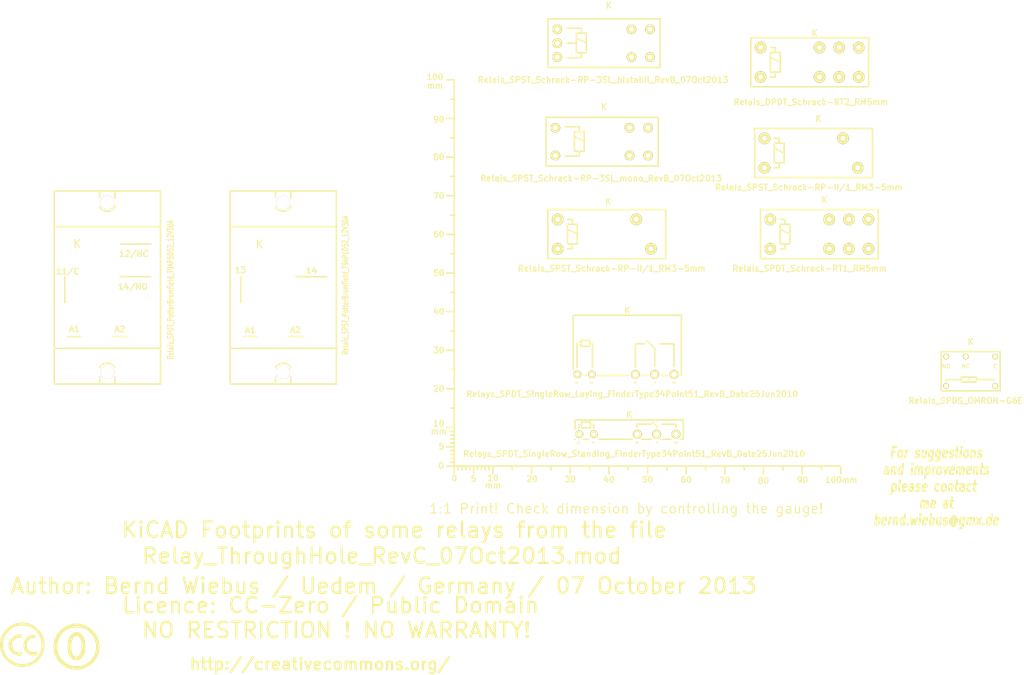
<source format=kicad_pcb>
(kicad_pcb (version 3) (host pcbnew "(2013-03-30 BZR 4007)-stable")

  (general
    (links 0)
    (no_connects 0)
    (area -16.90696 20.8316 283.2664 197.1694)
    (thickness 1.6002)
    (drawings 7)
    (tracks 0)
    (zones 0)
    (modules 14)
    (nets 1)
  )

  (page A4)
  (layers
    (15 Vorderseite signal)
    (0 Rückseite signal)
    (16 B.Adhes user)
    (17 F.Adhes user)
    (18 B.Paste user)
    (19 F.Paste user)
    (20 B.SilkS user)
    (21 F.SilkS user)
    (22 B.Mask user)
    (23 F.Mask user)
    (24 Dwgs.User user)
    (25 Cmts.User user)
    (26 Eco1.User user)
    (27 Eco2.User user)
    (28 Edge.Cuts user)
  )

  (setup
    (last_trace_width 0.2032)
    (trace_clearance 0.254)
    (zone_clearance 0.508)
    (zone_45_only no)
    (trace_min 0.2032)
    (segment_width 0.381)
    (edge_width 0.381)
    (via_size 0.889)
    (via_drill 0.635)
    (via_min_size 0.889)
    (via_min_drill 0.508)
    (uvia_size 0.508)
    (uvia_drill 0.127)
    (uvias_allowed no)
    (uvia_min_size 0.508)
    (uvia_min_drill 0.127)
    (pcb_text_width 0.3048)
    (pcb_text_size 1.524 2.032)
    (mod_edge_width 0.381)
    (mod_text_size 1.524 1.524)
    (mod_text_width 0.3048)
    (pad_size 2.5 2.5)
    (pad_drill 1.19888)
    (pad_to_mask_clearance 0.254)
    (aux_axis_origin 0 0)
    (visible_elements 7FFFFFFF)
    (pcbplotparams
      (layerselection 3178497)
      (usegerberextensions true)
      (excludeedgelayer true)
      (linewidth 60)
      (plotframeref false)
      (viasonmask false)
      (mode 1)
      (useauxorigin false)
      (hpglpennumber 1)
      (hpglpenspeed 20)
      (hpglpendiameter 15)
      (hpglpenoverlay 0)
      (psnegative false)
      (psa4output false)
      (plotreference true)
      (plotvalue true)
      (plotothertext true)
      (plotinvisibletext false)
      (padsonsilk false)
      (subtractmaskfromsilk false)
      (outputformat 1)
      (mirror false)
      (drillshape 1)
      (scaleselection 1)
      (outputdirectory ""))
  )

  (net 0 "")

  (net_class Default "Dies ist die voreingestellte Netzklasse."
    (clearance 0.254)
    (trace_width 0.2032)
    (via_dia 0.889)
    (via_drill 0.635)
    (uvia_dia 0.508)
    (uvia_drill 0.127)
    (add_net "")
  )

  (module Gauge_100mm_Type2_SilkScreenTop_RevA_Date22Jun2010 (layer Vorderseite) (tedit 4D963937) (tstamp 4D88F07A)
    (at 132.75056 141.2494)
    (descr "Gauge, Massstab, 100mm, SilkScreenTop, Type 2,")
    (tags "Gauge, Massstab, 100mm, SilkScreenTop, Type 2,")
    (path Gauge_100mm_Type2_SilkScreenTop_RevA_Date22Jun2010)
    (fp_text reference MSC (at 4.0005 8.99922) (layer F.SilkS) hide
      (effects (font (size 1.524 1.524) (thickness 0.3048)))
    )
    (fp_text value Gauge_100mm_Type2_SilkScreenTop_RevA_Date22Jun2010 (at 45.9994 8.99922) (layer F.SilkS) hide
      (effects (font (size 1.524 1.524) (thickness 0.3048)))
    )
    (fp_text user mm (at 9.99998 5.00126) (layer F.SilkS)
      (effects (font (size 1.524 1.524) (thickness 0.3048)))
    )
    (fp_text user mm (at -4.0005 -8.99922) (layer F.SilkS)
      (effects (font (size 1.524 1.524) (thickness 0.3048)))
    )
    (fp_text user mm (at -5.00126 -98.5012) (layer F.SilkS)
      (effects (font (size 1.524 1.524) (thickness 0.3048)))
    )
    (fp_text user 10 (at 10.00506 3.0988) (layer F.SilkS)
      (effects (font (size 1.50114 1.50114) (thickness 0.29972)))
    )
    (fp_text user 0 (at 0.00508 3.19786) (layer F.SilkS)
      (effects (font (size 1.39954 1.50114) (thickness 0.29972)))
    )
    (fp_text user 5 (at 5.0038 3.29946) (layer F.SilkS)
      (effects (font (size 1.50114 1.50114) (thickness 0.29972)))
    )
    (fp_text user 20 (at 20.1041 3.29946) (layer F.SilkS)
      (effects (font (size 1.50114 1.50114) (thickness 0.29972)))
    )
    (fp_text user 30 (at 30.00502 3.39852) (layer F.SilkS)
      (effects (font (size 1.50114 1.50114) (thickness 0.29972)))
    )
    (fp_text user 40 (at 40.005 3.50012) (layer F.SilkS)
      (effects (font (size 1.50114 1.50114) (thickness 0.29972)))
    )
    (fp_text user 50 (at 50.00498 3.50012) (layer F.SilkS)
      (effects (font (size 1.50114 1.50114) (thickness 0.29972)))
    )
    (fp_text user 60 (at 60.00496 3.50012) (layer F.SilkS)
      (effects (font (size 1.50114 1.50114) (thickness 0.29972)))
    )
    (fp_text user 70 (at 70.00494 3.70078) (layer F.SilkS)
      (effects (font (size 1.50114 1.50114) (thickness 0.29972)))
    )
    (fp_text user 80 (at 80.00492 3.79984) (layer F.SilkS)
      (effects (font (size 1.50114 1.50114) (thickness 0.29972)))
    )
    (fp_text user 90 (at 90.1065 3.60172) (layer F.SilkS)
      (effects (font (size 1.50114 1.50114) (thickness 0.29972)))
    )
    (fp_text user 100mm (at 100.10648 3.60172) (layer F.SilkS)
      (effects (font (size 1.50114 1.50114) (thickness 0.29972)))
    )
    (fp_line (start 0 -8.99922) (end -1.00076 -8.99922) (layer F.SilkS) (width 0.381))
    (fp_line (start 0 -8.001) (end -1.00076 -8.001) (layer F.SilkS) (width 0.381))
    (fp_line (start 0 -7.00024) (end -1.00076 -7.00024) (layer F.SilkS) (width 0.381))
    (fp_line (start 0 -5.99948) (end -1.00076 -5.99948) (layer F.SilkS) (width 0.381))
    (fp_line (start 0 -4.0005) (end -1.00076 -4.0005) (layer F.SilkS) (width 0.381))
    (fp_line (start 0 -2.99974) (end -1.00076 -2.99974) (layer F.SilkS) (width 0.381))
    (fp_line (start 0 -1.99898) (end -1.00076 -1.99898) (layer F.SilkS) (width 0.381))
    (fp_line (start 0 -1.00076) (end -1.00076 -1.00076) (layer F.SilkS) (width 0.381))
    (fp_line (start 0 0) (end -1.99898 0) (layer F.SilkS) (width 0.381))
    (fp_line (start 0 -5.00126) (end -1.99898 -5.00126) (layer F.SilkS) (width 0.381))
    (fp_line (start 0 -9.99998) (end -1.99898 -9.99998) (layer F.SilkS) (width 0.381))
    (fp_line (start 0 -15.00124) (end -1.00076 -15.00124) (layer F.SilkS) (width 0.381))
    (fp_line (start 0 -19.99996) (end -1.99898 -19.99996) (layer F.SilkS) (width 0.381))
    (fp_line (start 0 -25.00122) (end -1.00076 -25.00122) (layer F.SilkS) (width 0.381))
    (fp_line (start 0 -29.99994) (end -1.99898 -29.99994) (layer F.SilkS) (width 0.381))
    (fp_line (start 0 -35.0012) (end -1.00076 -35.0012) (layer F.SilkS) (width 0.381))
    (fp_line (start 0 -39.99992) (end -1.99898 -39.99992) (layer F.SilkS) (width 0.381))
    (fp_line (start 0 -45.00118) (end -1.00076 -45.00118) (layer F.SilkS) (width 0.381))
    (fp_line (start 0 -49.9999) (end -1.99898 -49.9999) (layer F.SilkS) (width 0.381))
    (fp_line (start 0 -55.00116) (end -1.00076 -55.00116) (layer F.SilkS) (width 0.381))
    (fp_line (start 0 -59.99988) (end -1.99898 -59.99988) (layer F.SilkS) (width 0.381))
    (fp_line (start 0 -65.00114) (end -1.00076 -65.00114) (layer F.SilkS) (width 0.381))
    (fp_line (start 0 -69.99986) (end -1.99898 -69.99986) (layer F.SilkS) (width 0.381))
    (fp_line (start 0 -75.00112) (end -1.00076 -75.00112) (layer F.SilkS) (width 0.381))
    (fp_line (start 0 -79.99984) (end -1.99898 -79.99984) (layer F.SilkS) (width 0.381))
    (fp_line (start 0 -85.0011) (end -1.00076 -85.0011) (layer F.SilkS) (width 0.381))
    (fp_line (start 0 -89.99982) (end -1.99898 -89.99982) (layer F.SilkS) (width 0.381))
    (fp_line (start 0 -95.00108) (end -1.00076 -95.00108) (layer F.SilkS) (width 0.381))
    (fp_line (start 0 0) (end 0 -99.9998) (layer F.SilkS) (width 0.381))
    (fp_line (start 0 -99.9998) (end -1.99898 -99.9998) (layer F.SilkS) (width 0.381))
    (fp_text user 100 (at -4.99872 -100.7491) (layer F.SilkS)
      (effects (font (size 1.50114 1.50114) (thickness 0.29972)))
    )
    (fp_text user 90 (at -4.0005 -89.7509) (layer F.SilkS)
      (effects (font (size 1.50114 1.50114) (thickness 0.29972)))
    )
    (fp_text user 80 (at -4.0005 -79.99984) (layer F.SilkS)
      (effects (font (size 1.50114 1.50114) (thickness 0.29972)))
    )
    (fp_text user 70 (at -4.0005 -69.99986) (layer F.SilkS)
      (effects (font (size 1.50114 1.50114) (thickness 0.29972)))
    )
    (fp_text user 60 (at -4.0005 -59.99988) (layer F.SilkS)
      (effects (font (size 1.50114 1.50114) (thickness 0.29972)))
    )
    (fp_text user 50 (at -4.0005 -49.9999) (layer F.SilkS)
      (effects (font (size 1.50114 1.50114) (thickness 0.34036)))
    )
    (fp_text user 40 (at -4.0005 -39.99992) (layer F.SilkS)
      (effects (font (size 1.50114 1.50114) (thickness 0.29972)))
    )
    (fp_text user 30 (at -4.0005 -29.99994) (layer F.SilkS)
      (effects (font (size 1.50114 1.50114) (thickness 0.29972)))
    )
    (fp_text user 20 (at -4.0005 -19.99996) (layer F.SilkS)
      (effects (font (size 1.50114 1.50114) (thickness 0.29972)))
    )
    (fp_line (start 95.00108 0) (end 95.00108 1.00076) (layer F.SilkS) (width 0.381))
    (fp_line (start 89.99982 0) (end 89.99982 1.99898) (layer F.SilkS) (width 0.381))
    (fp_line (start 85.0011 0) (end 85.0011 1.00076) (layer F.SilkS) (width 0.381))
    (fp_line (start 79.99984 0) (end 79.99984 1.99898) (layer F.SilkS) (width 0.381))
    (fp_line (start 75.00112 0) (end 75.00112 1.00076) (layer F.SilkS) (width 0.381))
    (fp_line (start 69.99986 0) (end 69.99986 1.99898) (layer F.SilkS) (width 0.381))
    (fp_line (start 65.00114 0) (end 65.00114 1.00076) (layer F.SilkS) (width 0.381))
    (fp_line (start 59.99988 0) (end 59.99988 1.99898) (layer F.SilkS) (width 0.381))
    (fp_line (start 55.00116 0) (end 55.00116 1.00076) (layer F.SilkS) (width 0.381))
    (fp_line (start 49.9999 0) (end 49.9999 1.99898) (layer F.SilkS) (width 0.381))
    (fp_line (start 45.00118 0) (end 45.00118 1.00076) (layer F.SilkS) (width 0.381))
    (fp_line (start 39.99992 0) (end 39.99992 1.99898) (layer F.SilkS) (width 0.381))
    (fp_line (start 35.0012 0) (end 35.0012 1.00076) (layer F.SilkS) (width 0.381))
    (fp_line (start 29.99994 0) (end 29.99994 1.99898) (layer F.SilkS) (width 0.381))
    (fp_line (start 25.00122 0) (end 25.00122 1.00076) (layer F.SilkS) (width 0.381))
    (fp_line (start 19.99996 0) (end 19.99996 1.99898) (layer F.SilkS) (width 0.381))
    (fp_line (start 15.00124 0) (end 15.00124 1.00076) (layer F.SilkS) (width 0.381))
    (fp_line (start 9.99998 0) (end 99.9998 0) (layer F.SilkS) (width 0.381))
    (fp_line (start 99.9998 0) (end 99.9998 1.99898) (layer F.SilkS) (width 0.381))
    (fp_text user 5 (at -3.302 -5.10286) (layer F.SilkS)
      (effects (font (size 1.50114 1.50114) (thickness 0.29972)))
    )
    (fp_text user 0 (at -3.4036 -0.10414) (layer F.SilkS)
      (effects (font (size 1.50114 1.50114) (thickness 0.29972)))
    )
    (fp_text user 10 (at -4.0005 -11.00074) (layer F.SilkS)
      (effects (font (size 1.50114 1.50114) (thickness 0.29972)))
    )
    (fp_line (start 8.99922 0) (end 8.99922 1.00076) (layer F.SilkS) (width 0.381))
    (fp_line (start 8.001 0) (end 8.001 1.00076) (layer F.SilkS) (width 0.381))
    (fp_line (start 7.00024 0) (end 7.00024 1.00076) (layer F.SilkS) (width 0.381))
    (fp_line (start 5.99948 0) (end 5.99948 1.00076) (layer F.SilkS) (width 0.381))
    (fp_line (start 4.0005 0) (end 4.0005 1.00076) (layer F.SilkS) (width 0.381))
    (fp_line (start 2.99974 0) (end 2.99974 1.00076) (layer F.SilkS) (width 0.381))
    (fp_line (start 1.99898 0) (end 1.99898 1.00076) (layer F.SilkS) (width 0.381))
    (fp_line (start 1.00076 0) (end 1.00076 1.00076) (layer F.SilkS) (width 0.381))
    (fp_line (start 5.00126 0) (end 5.00126 1.99898) (layer F.SilkS) (width 0.381))
    (fp_line (start 0 0) (end 0 1.99898) (layer F.SilkS) (width 0.381))
    (fp_line (start 0 0) (end 9.99998 0) (layer F.SilkS) (width 0.381))
    (fp_line (start 9.99998 0) (end 9.99998 1.99898) (layer F.SilkS) (width 0.381))
  )

  (module Symbol_CC-PublicDomain_SilkScreenTop_Big (layer Vorderseite) (tedit 515D641F) (tstamp 515F0B64)
    (at 35 188)
    (descr "Symbol, CC-PublicDomain, SilkScreen Top, Big,")
    (tags "Symbol, CC-PublicDomain, SilkScreen Top, Big,")
    (path Symbol_CC-Noncommercial_CopperTop_Big)
    (fp_text reference Sym (at 0.59944 -7.29996) (layer F.SilkS) hide
      (effects (font (size 1.524 1.524) (thickness 0.3048)))
    )
    (fp_text value Symbol_CC-PublicDomain_SilkScreenTop_Big (at 0.59944 8.001) (layer F.SilkS) hide
      (effects (font (size 1.524 1.524) (thickness 0.3048)))
    )
    (fp_circle (center 0 0) (end 5.8 -0.05) (layer F.SilkS) (width 0.381))
    (fp_circle (center 0 0) (end 5.5 0) (layer F.SilkS) (width 0.381))
    (fp_circle (center 0.05 0) (end 5.25 0) (layer F.SilkS) (width 0.381))
    (fp_line (start 1.1 -2.5) (end 1.4 -1.9) (layer F.SilkS) (width 0.381))
    (fp_line (start -1.8 1.2) (end -1.6 1.9) (layer F.SilkS) (width 0.381))
    (fp_line (start -1.6 1.9) (end -1.2 2.5) (layer F.SilkS) (width 0.381))
    (fp_line (start 0 -3) (end 0.75 -2.75) (layer F.SilkS) (width 0.381))
    (fp_line (start 0.75 -2.75) (end 1 -2.25) (layer F.SilkS) (width 0.381))
    (fp_line (start 1 -2.25) (end 1.5 -1) (layer F.SilkS) (width 0.381))
    (fp_line (start 1.5 -1) (end 1.5 -0.5) (layer F.SilkS) (width 0.381))
    (fp_line (start 1.5 -0.5) (end 1.5 0.5) (layer F.SilkS) (width 0.381))
    (fp_line (start 1.5 0.5) (end 1.25 1.5) (layer F.SilkS) (width 0.381))
    (fp_line (start 1.25 1.5) (end 0.75 2.5) (layer F.SilkS) (width 0.381))
    (fp_line (start 0.75 2.5) (end 0.25 2.75) (layer F.SilkS) (width 0.381))
    (fp_line (start 0.25 2.75) (end -0.25 2.75) (layer F.SilkS) (width 0.381))
    (fp_line (start -0.25 2.75) (end -0.75 2.5) (layer F.SilkS) (width 0.381))
    (fp_line (start -0.75 2.5) (end -1.25 1.75) (layer F.SilkS) (width 0.381))
    (fp_line (start -1.25 1.75) (end -1.5 0.75) (layer F.SilkS) (width 0.381))
    (fp_line (start -1.5 0.75) (end -1.5 -0.75) (layer F.SilkS) (width 0.381))
    (fp_line (start -1.5 -0.75) (end -1.25 -1.75) (layer F.SilkS) (width 0.381))
    (fp_line (start -1.25 -1.75) (end -1 -2.5) (layer F.SilkS) (width 0.381))
    (fp_line (start -1 -2.5) (end -0.3 -2.9) (layer F.SilkS) (width 0.381))
    (fp_line (start -0.3 -2.9) (end 0.2 -3) (layer F.SilkS) (width 0.381))
    (fp_line (start 0.2 -3) (end 0.8 -3) (layer F.SilkS) (width 0.381))
    (fp_line (start 0.8 -3) (end 1.4 -2.3) (layer F.SilkS) (width 0.381))
    (fp_line (start 1.4 -2.3) (end 1.6 -1.4) (layer F.SilkS) (width 0.381))
    (fp_line (start 1.6 -1.4) (end 1.7 -0.3) (layer F.SilkS) (width 0.381))
    (fp_line (start 1.7 -0.3) (end 1.7 0.9) (layer F.SilkS) (width 0.381))
    (fp_line (start 1.7 0.9) (end 1.4 1.8) (layer F.SilkS) (width 0.381))
    (fp_line (start 1.4 1.8) (end 1 2.7) (layer F.SilkS) (width 0.381))
    (fp_line (start 1 2.7) (end 0.5 3) (layer F.SilkS) (width 0.381))
    (fp_line (start 0.5 3) (end -0.4 3) (layer F.SilkS) (width 0.381))
    (fp_line (start -0.4 3) (end -1.3 2.3) (layer F.SilkS) (width 0.381))
    (fp_line (start -1.3 2.3) (end -1.7 1) (layer F.SilkS) (width 0.381))
    (fp_line (start -1.7 1) (end -1.8 -0.7) (layer F.SilkS) (width 0.381))
    (fp_line (start -1.8 -0.7) (end -1.4 -2.2) (layer F.SilkS) (width 0.381))
    (fp_line (start -1.4 -2.2) (end -1 -2.9) (layer F.SilkS) (width 0.381))
    (fp_line (start -1 -2.9) (end -0.2 -3.3) (layer F.SilkS) (width 0.381))
    (fp_line (start -0.2 -3.3) (end 0.7 -3.2) (layer F.SilkS) (width 0.381))
    (fp_line (start 0.7 -3.2) (end 1.3 -3.1) (layer F.SilkS) (width 0.381))
    (fp_line (start 1.3 -3.1) (end 1.7 -2.4) (layer F.SilkS) (width 0.381))
    (fp_line (start 1.7 -2.4) (end 2 -1.6) (layer F.SilkS) (width 0.381))
    (fp_line (start 2 -1.6) (end 2.1 -0.6) (layer F.SilkS) (width 0.381))
    (fp_line (start 2.1 -0.6) (end 2.1 0.3) (layer F.SilkS) (width 0.381))
    (fp_line (start 2.1 0.3) (end 2.1 1.3) (layer F.SilkS) (width 0.381))
    (fp_line (start 2.1 1.3) (end 1.9 1.8) (layer F.SilkS) (width 0.381))
    (fp_line (start 1.9 1.8) (end 1.5 2.6) (layer F.SilkS) (width 0.381))
    (fp_line (start 1.5 2.6) (end 1.1 3) (layer F.SilkS) (width 0.381))
    (fp_line (start 1.1 3) (end 0.4 3.3) (layer F.SilkS) (width 0.381))
    (fp_line (start 0.4 3.3) (end -0.1 3.4) (layer F.SilkS) (width 0.381))
    (fp_line (start -0.1 3.4) (end -0.8 3.2) (layer F.SilkS) (width 0.381))
    (fp_line (start -0.8 3.2) (end -1.5 2.6) (layer F.SilkS) (width 0.381))
    (fp_line (start -1.5 2.6) (end -1.9 1.7) (layer F.SilkS) (width 0.381))
    (fp_line (start -1.9 1.7) (end -2.1 0.4) (layer F.SilkS) (width 0.381))
    (fp_line (start -2.1 0.4) (end -2.1 -0.6) (layer F.SilkS) (width 0.381))
    (fp_line (start -2.1 -0.6) (end -2 -1.6) (layer F.SilkS) (width 0.381))
    (fp_line (start -2 -1.6) (end -1.7 -2.4) (layer F.SilkS) (width 0.381))
    (fp_line (start -1.7 -2.4) (end -1.2 -3.1) (layer F.SilkS) (width 0.381))
    (fp_line (start -1.2 -3.1) (end -0.4 -3.6) (layer F.SilkS) (width 0.381))
    (fp_line (start -0.4 -3.6) (end 0.4 -3.6) (layer F.SilkS) (width 0.381))
    (fp_line (start 0.4 -3.6) (end 1.1 -3.2) (layer F.SilkS) (width 0.381))
    (fp_line (start 1.1 -3.2) (end 1.1 -2.9) (layer F.SilkS) (width 0.381))
    (fp_line (start 1.1 -2.9) (end 1.8 -1.5) (layer F.SilkS) (width 0.381))
    (fp_line (start 1.8 -1.5) (end 1.8 -0.4) (layer F.SilkS) (width 0.381))
    (fp_line (start 1.8 -0.4) (end 1.8 1.1) (layer F.SilkS) (width 0.381))
    (fp_line (start 1.8 1.1) (end 1.2 2.6) (layer F.SilkS) (width 0.381))
    (fp_line (start 1.2 2.6) (end 0.2 3.2) (layer F.SilkS) (width 0.381))
    (fp_line (start 0.2 3.2) (end -0.5 3.2) (layer F.SilkS) (width 0.381))
    (fp_line (start -0.5 3.2) (end -1.1 2.7) (layer F.SilkS) (width 0.381))
    (fp_line (start -1.1 2.7) (end -1.9 0.6) (layer F.SilkS) (width 0.381))
    (fp_line (start -1.9 0.6) (end -1.7 -1.9) (layer F.SilkS) (width 0.381))
  )

  (module Symbol_CreativeCommons_SilkScreenTop_Type2_Big (layer Vorderseite) (tedit 515D640C) (tstamp 515F46B2)
    (at 21 187.5)
    (descr "Symbol, Creative Commons, SilkScreen Top, Type 2, Big,")
    (tags "Symbol, Creative Commons, SilkScreen Top, Type 2, Big,")
    (path Symbol_CreativeCommons_CopperTop_Type2_Big)
    (fp_text reference Sym (at 0.59944 -7.29996) (layer F.SilkS) hide
      (effects (font (size 1.524 1.524) (thickness 0.3048)))
    )
    (fp_text value Symbol_CreativeCommons_Typ2_SilkScreenTop_Big (at 0.59944 8.001) (layer F.SilkS) hide
      (effects (font (size 1.524 1.524) (thickness 0.3048)))
    )
    (fp_line (start -0.70104 2.70002) (end -0.29972 2.60096) (layer F.SilkS) (width 0.381))
    (fp_line (start -0.29972 2.60096) (end -0.20066 2.10058) (layer F.SilkS) (width 0.381))
    (fp_line (start -2.49936 -1.69926) (end -2.70002 -1.6002) (layer F.SilkS) (width 0.381))
    (fp_line (start -2.70002 -1.6002) (end -3.0988 -1.00076) (layer F.SilkS) (width 0.381))
    (fp_line (start -3.0988 -1.00076) (end -3.29946 -0.50038) (layer F.SilkS) (width 0.381))
    (fp_line (start -3.29946 -0.50038) (end -3.40106 0.39878) (layer F.SilkS) (width 0.381))
    (fp_line (start -3.40106 0.39878) (end -3.29946 0.89916) (layer F.SilkS) (width 0.381))
    (fp_line (start -0.19812 2.4003) (end -0.29718 2.59842) (layer F.SilkS) (width 0.381))
    (fp_line (start 3.70078 2.10058) (end 3.79984 2.4003) (layer F.SilkS) (width 0.381))
    (fp_line (start 2.99974 -2.4003) (end 3.29946 -2.30124) (layer F.SilkS) (width 0.381))
    (fp_line (start 3.29946 -2.30124) (end 3.0988 -1.99898) (layer F.SilkS) (width 0.381))
    (fp_line (start 0 -5.40004) (end -0.50038 -5.40004) (layer F.SilkS) (width 0.381))
    (fp_line (start -0.50038 -5.40004) (end -1.30048 -5.10032) (layer F.SilkS) (width 0.381))
    (fp_line (start -1.30048 -5.10032) (end -1.99898 -4.89966) (layer F.SilkS) (width 0.381))
    (fp_line (start -1.99898 -4.89966) (end -2.70002 -4.699) (layer F.SilkS) (width 0.381))
    (fp_line (start -2.70002 -4.699) (end -3.29946 -4.20116) (layer F.SilkS) (width 0.381))
    (fp_line (start -3.29946 -4.20116) (end -4.0005 -3.59918) (layer F.SilkS) (width 0.381))
    (fp_line (start -4.0005 -3.59918) (end -4.50088 -2.99974) (layer F.SilkS) (width 0.381))
    (fp_line (start -4.50088 -2.99974) (end -5.00126 -2.10058) (layer F.SilkS) (width 0.381))
    (fp_line (start -5.00126 -2.10058) (end -5.30098 -1.09982) (layer F.SilkS) (width 0.381))
    (fp_line (start -5.30098 -1.09982) (end -5.40004 0.09906) (layer F.SilkS) (width 0.381))
    (fp_line (start -5.40004 0.09906) (end -5.19938 1.30048) (layer F.SilkS) (width 0.381))
    (fp_line (start -5.19938 1.30048) (end -4.8006 2.4003) (layer F.SilkS) (width 0.381))
    (fp_line (start -4.8006 2.4003) (end -3.79984 3.8989) (layer F.SilkS) (width 0.381))
    (fp_line (start -3.79984 3.8989) (end -2.60096 4.8006) (layer F.SilkS) (width 0.381))
    (fp_line (start -2.60096 4.8006) (end -1.30048 5.30098) (layer F.SilkS) (width 0.381))
    (fp_line (start -1.30048 5.30098) (end 0.09906 5.30098) (layer F.SilkS) (width 0.381))
    (fp_line (start 0.09906 5.30098) (end 1.6002 5.19938) (layer F.SilkS) (width 0.381))
    (fp_line (start 1.6002 5.19938) (end 2.60096 4.699) (layer F.SilkS) (width 0.381))
    (fp_line (start 2.60096 4.699) (end 4.20116 3.40106) (layer F.SilkS) (width 0.381))
    (fp_line (start 4.20116 3.40106) (end 5.00126 1.80086) (layer F.SilkS) (width 0.381))
    (fp_line (start 5.00126 1.80086) (end 5.40004 0.29972) (layer F.SilkS) (width 0.381))
    (fp_line (start 5.40004 0.29972) (end 5.19938 -1.39954) (layer F.SilkS) (width 0.381))
    (fp_line (start 5.19938 -1.39954) (end 4.699 -2.49936) (layer F.SilkS) (width 0.381))
    (fp_line (start 4.699 -2.49936) (end 3.40106 -4.09956) (layer F.SilkS) (width 0.381))
    (fp_line (start 3.40106 -4.09956) (end 2.4003 -4.8006) (layer F.SilkS) (width 0.381))
    (fp_line (start 2.4003 -4.8006) (end 1.39954 -5.19938) (layer F.SilkS) (width 0.381))
    (fp_line (start 1.39954 -5.19938) (end 0 -5.30098) (layer F.SilkS) (width 0.381))
    (fp_line (start 0.60198 -0.70104) (end 0.50292 -0.20066) (layer F.SilkS) (width 0.381))
    (fp_line (start 0.50292 -0.20066) (end 0.50292 0.49784) (layer F.SilkS) (width 0.381))
    (fp_line (start 0.50292 0.49784) (end 0.60198 1.09982) (layer F.SilkS) (width 0.381))
    (fp_line (start 0.60198 1.09982) (end 1.00076 1.69926) (layer F.SilkS) (width 0.381))
    (fp_line (start 1.00076 1.69926) (end 1.50114 2.19964) (layer F.SilkS) (width 0.381))
    (fp_line (start 1.50114 2.19964) (end 2.10058 2.49936) (layer F.SilkS) (width 0.381))
    (fp_line (start 2.10058 2.49936) (end 2.60096 2.59842) (layer F.SilkS) (width 0.381))
    (fp_line (start 2.60096 2.59842) (end 3.00228 2.59842) (layer F.SilkS) (width 0.381))
    (fp_line (start 3.00228 2.59842) (end 3.40106 2.59842) (layer F.SilkS) (width 0.381))
    (fp_line (start 3.40106 2.59842) (end 3.80238 2.49936) (layer F.SilkS) (width 0.381))
    (fp_line (start 3.80238 2.49936) (end 3.70078 2.2987) (layer F.SilkS) (width 0.381))
    (fp_line (start 3.70078 2.2987) (end 2.80162 2.4003) (layer F.SilkS) (width 0.381))
    (fp_line (start 2.80162 2.4003) (end 1.80086 2.09804) (layer F.SilkS) (width 0.381))
    (fp_line (start 1.80086 2.09804) (end 1.20142 1.6002) (layer F.SilkS) (width 0.381))
    (fp_line (start 1.20142 1.6002) (end 0.80264 0.6985) (layer F.SilkS) (width 0.381))
    (fp_line (start 0.80264 0.6985) (end 0.70104 -0.29972) (layer F.SilkS) (width 0.381))
    (fp_line (start 0.70104 -0.29972) (end 1.00076 -1.00076) (layer F.SilkS) (width 0.381))
    (fp_line (start 1.00076 -1.00076) (end 1.60274 -1.7018) (layer F.SilkS) (width 0.381))
    (fp_line (start 1.60274 -1.7018) (end 2.30124 -2.10058) (layer F.SilkS) (width 0.381))
    (fp_line (start 2.30124 -2.10058) (end 3.00228 -2.10058) (layer F.SilkS) (width 0.381))
    (fp_line (start 3.00228 -2.10058) (end 3.10134 -1.89992) (layer F.SilkS) (width 0.381))
    (fp_line (start 3.10134 -1.89992) (end 2.5019 -1.89992) (layer F.SilkS) (width 0.381))
    (fp_line (start 2.5019 -1.89992) (end 1.80086 -1.6002) (layer F.SilkS) (width 0.381))
    (fp_line (start 1.80086 -1.6002) (end 1.30048 -1.00076) (layer F.SilkS) (width 0.381))
    (fp_line (start 1.30048 -1.00076) (end 1.00076 -0.40132) (layer F.SilkS) (width 0.381))
    (fp_line (start 1.00076 -0.40132) (end 1.00076 0.09906) (layer F.SilkS) (width 0.381))
    (fp_line (start 1.00076 0.09906) (end 1.00076 0.6985) (layer F.SilkS) (width 0.381))
    (fp_line (start 1.00076 0.6985) (end 1.30048 1.19888) (layer F.SilkS) (width 0.381))
    (fp_line (start 1.30048 1.19888) (end 1.7018 1.69926) (layer F.SilkS) (width 0.381))
    (fp_line (start 1.7018 1.69926) (end 2.30124 1.99898) (layer F.SilkS) (width 0.381))
    (fp_line (start 2.30124 1.99898) (end 2.90068 2.09804) (layer F.SilkS) (width 0.381))
    (fp_line (start 2.90068 2.09804) (end 3.40106 2.09804) (layer F.SilkS) (width 0.381))
    (fp_line (start 3.40106 2.09804) (end 3.70078 1.99898) (layer F.SilkS) (width 0.381))
    (fp_line (start 3.00228 -2.4003) (end 2.40284 -2.4003) (layer F.SilkS) (width 0.381))
    (fp_line (start 2.40284 -2.4003) (end 2.00152 -2.20218) (layer F.SilkS) (width 0.381))
    (fp_line (start 2.00152 -2.20218) (end 1.50114 -2.00152) (layer F.SilkS) (width 0.381))
    (fp_line (start 1.50114 -2.00152) (end 1.10236 -1.6002) (layer F.SilkS) (width 0.381))
    (fp_line (start 1.10236 -1.6002) (end 0.80264 -1.09982) (layer F.SilkS) (width 0.381))
    (fp_line (start 0.80264 -1.09982) (end 0.60198 -0.70104) (layer F.SilkS) (width 0.381))
    (fp_line (start -0.39878 -1.99898) (end -0.89916 -1.99898) (layer F.SilkS) (width 0.381))
    (fp_line (start -0.89916 -1.99898) (end -1.39954 -1.89738) (layer F.SilkS) (width 0.381))
    (fp_line (start -1.39954 -1.89738) (end -1.89992 -1.59766) (layer F.SilkS) (width 0.381))
    (fp_line (start -1.89992 -1.59766) (end -2.4003 -1.19888) (layer F.SilkS) (width 0.381))
    (fp_line (start -2.4003 -1.30048) (end -2.70002 -0.8001) (layer F.SilkS) (width 0.381))
    (fp_line (start -2.70002 -0.8001) (end -2.79908 -0.29972) (layer F.SilkS) (width 0.381))
    (fp_line (start -2.79908 -0.29972) (end -2.79908 0.20066) (layer F.SilkS) (width 0.381))
    (fp_line (start -2.79908 0.20066) (end -2.59842 1.00076) (layer F.SilkS) (width 0.381))
    (fp_line (start -2.69748 1.00076) (end -2.39776 1.39954) (layer F.SilkS) (width 0.381))
    (fp_line (start -2.29616 1.4986) (end -1.79578 1.89992) (layer F.SilkS) (width 0.381))
    (fp_line (start -1.79578 1.89992) (end -1.29794 2.09804) (layer F.SilkS) (width 0.381))
    (fp_line (start -1.29794 2.09804) (end -0.89662 2.19964) (layer F.SilkS) (width 0.381))
    (fp_line (start -0.89662 2.19964) (end -0.49784 2.19964) (layer F.SilkS) (width 0.381))
    (fp_line (start -0.49784 2.19964) (end -0.19812 2.09804) (layer F.SilkS) (width 0.381))
    (fp_line (start -0.19812 2.09804) (end -0.29718 2.4003) (layer F.SilkS) (width 0.381))
    (fp_line (start -0.29718 2.4003) (end -0.89662 2.49936) (layer F.SilkS) (width 0.381))
    (fp_line (start -0.89662 2.49936) (end -1.59766 2.2987) (layer F.SilkS) (width 0.381))
    (fp_line (start -1.59766 2.2987) (end -2.29616 1.79832) (layer F.SilkS) (width 0.381))
    (fp_line (start -2.29616 1.79832) (end -2.79654 1.29794) (layer F.SilkS) (width 0.381))
    (fp_line (start -2.79908 1.39954) (end -2.99974 0.70104) (layer F.SilkS) (width 0.381))
    (fp_line (start -2.99974 0.70104) (end -3.0988 0) (layer F.SilkS) (width 0.381))
    (fp_line (start -3.0988 0) (end -2.99974 -0.59944) (layer F.SilkS) (width 0.381))
    (fp_line (start -2.99974 -0.8001) (end -2.70002 -1.30048) (layer F.SilkS) (width 0.381))
    (fp_line (start -2.70002 -1.09982) (end -2.19964 -1.6002) (layer F.SilkS) (width 0.381))
    (fp_line (start -2.19964 -1.69926) (end -1.69926 -1.99898) (layer F.SilkS) (width 0.381))
    (fp_line (start -1.69926 -1.99898) (end -1.19888 -2.19964) (layer F.SilkS) (width 0.381))
    (fp_line (start -1.19888 -2.19964) (end -0.6985 -2.19964) (layer F.SilkS) (width 0.381))
    (fp_line (start -0.6985 -2.19964) (end -0.29972 -2.19964) (layer F.SilkS) (width 0.381))
    (fp_line (start -0.29972 -2.19964) (end -0.20066 -2.39776) (layer F.SilkS) (width 0.381))
    (fp_line (start -0.20066 -2.39776) (end -0.59944 -2.49936) (layer F.SilkS) (width 0.381))
    (fp_line (start -0.59944 -2.49936) (end -1.00076 -2.49936) (layer F.SilkS) (width 0.381))
    (fp_line (start -1.00076 -2.49936) (end -1.4986 -2.39776) (layer F.SilkS) (width 0.381))
    (fp_line (start -1.4986 -2.39776) (end -2.10058 -2.09804) (layer F.SilkS) (width 0.381))
    (fp_line (start -2.10058 -2.09804) (end -2.59842 -1.69926) (layer F.SilkS) (width 0.381))
    (fp_line (start -2.59842 -1.6002) (end -3.0988 -0.89916) (layer F.SilkS) (width 0.381))
    (fp_line (start -3.0988 -0.89916) (end -3.29946 -0.29972) (layer F.SilkS) (width 0.381))
    (fp_line (start -3.29946 -0.29972) (end -3.29946 0.40132) (layer F.SilkS) (width 0.381))
    (fp_line (start -3.29946 0.40132) (end -3.2004 1.00076) (layer F.SilkS) (width 0.381))
    (fp_line (start -3.29946 0.8001) (end -2.99974 1.39954) (layer F.SilkS) (width 0.381))
    (fp_line (start -2.89814 1.4986) (end -2.49682 1.99898) (layer F.SilkS) (width 0.381))
    (fp_line (start -2.49682 1.99898) (end -1.89738 2.4003) (layer F.SilkS) (width 0.381))
    (fp_line (start -1.89738 2.4003) (end -1.19634 2.59842) (layer F.SilkS) (width 0.381))
    (fp_line (start -1.19634 2.59842) (end -0.69596 2.70002) (layer F.SilkS) (width 0.381))
    (fp_line (start -2.9972 1.19888) (end -2.59842 1.19888) (layer F.SilkS) (width 0.381))
    (fp_circle (center 0 0) (end 5.08 1.016) (layer F.SilkS) (width 0.381))
    (fp_circle (center 0 0) (end 5.588 0) (layer F.SilkS) (width 0.381))
  )

  (module Relais_DPDT_Schrack-RT2_RM5mm (layer Vorderseite) (tedit 51AF9423) (tstamp 51AF94BE)
    (at 212 40.5)
    (descr "Relay, DPST, Schrack-RT2, RM5mm,")
    (tags "Relay, DPST,  Schrack-RT1, RM5mm, Reais, 2 x um,")
    (fp_text reference K (at 13.97 -11.43) (layer F.SilkS)
      (effects (font (size 1.524 1.524) (thickness 0.3048)))
    )
    (fp_text value Relais_DPDT_Schrack-RT2_RM5mm (at 13 6.5) (layer F.SilkS)
      (effects (font (size 1.524 1.524) (thickness 0.3048)))
    )
    (fp_line (start 2.54 -5.08) (end 5.08 -3.81) (layer F.SilkS) (width 0.381))
    (fp_line (start 3.81 -1.27) (end 3.81 0) (layer F.SilkS) (width 0.381))
    (fp_line (start 3.81 0) (end 2.54 0) (layer F.SilkS) (width 0.381))
    (fp_line (start 2.54 -7.62) (end 3.81 -7.62) (layer F.SilkS) (width 0.381))
    (fp_line (start 3.81 -7.62) (end 3.81 -6.35) (layer F.SilkS) (width 0.381))
    (fp_line (start 3.81 -6.35) (end 5.08 -6.35) (layer F.SilkS) (width 0.381))
    (fp_line (start 5.08 -6.35) (end 5.08 -1.27) (layer F.SilkS) (width 0.381))
    (fp_line (start 5.08 -1.27) (end 2.54 -1.27) (layer F.SilkS) (width 0.381))
    (fp_line (start 2.54 -1.27) (end 2.54 -6.35) (layer F.SilkS) (width 0.381))
    (fp_line (start 2.54 -6.35) (end 3.81 -6.35) (layer F.SilkS) (width 0.381))
    (fp_line (start -2.54 -10.16) (end 27.94 -10.16) (layer F.SilkS) (width 0.381))
    (fp_line (start 27.94 -10.16) (end 27.94 2.54) (layer F.SilkS) (width 0.381))
    (fp_line (start 27.94 2.54) (end -2.54 2.54) (layer F.SilkS) (width 0.381))
    (fp_line (start -2.54 2.54) (end -2.54 -10.16) (layer F.SilkS) (width 0.381))
    (pad A1 thru_hole circle (at 0 -7.62) (size 2.99974 2.99974) (drill 1.19888)
      (layers *.Cu *.Mask F.SilkS)
    )
    (pad A2 thru_hole circle (at 0 0) (size 2.99974 2.99974) (drill 1.19888)
      (layers *.Cu *.Mask F.SilkS)
    )
    (pad 22 thru_hole circle (at 15.24 0) (size 2.99974 2.99974) (drill 1.19888)
      (layers *.Cu *.Mask F.SilkS)
    )
    (pad 21 thru_hole circle (at 20.32 0) (size 2.99974 2.99974) (drill 1.19888)
      (layers *.Cu *.Mask F.SilkS)
    )
    (pad 24 thru_hole circle (at 25.4 0) (size 2.99974 2.99974) (drill 1.19888)
      (layers *.Cu *.Mask F.SilkS)
    )
    (pad 12 thru_hole circle (at 15.24 -7.62) (size 2.99974 2.99974) (drill 1.19888)
      (layers *.Cu *.Mask F.SilkS)
    )
    (pad 11 thru_hole circle (at 20.32 -7.62) (size 2.99974 2.99974) (drill 1.19888)
      (layers *.Cu *.Mask F.SilkS)
    )
    (pad 14 thru_hole circle (at 25.4 -7.62) (size 2.99974 2.99974) (drill 1.19888)
      (layers *.Cu *.Mask F.SilkS)
    )
  )

  (module Relais_SPDS_OMRON-G6E (layer Vorderseite) (tedit 4BAE1A63) (tstamp 51AF966B)
    (at 260 120.5)
    (descr "Relay, SPDT, Omron, Serie, G6E,")
    (tags "Relay, SPDT, Omron, Serie, G6E, 1 x um, Relais,")
    (fp_text reference K (at 6.35 -11.43) (layer F.SilkS)
      (effects (font (size 1.524 1.524) (thickness 0.3048)))
    )
    (fp_text value Relais_SPDS_OMRON-G6E (at 5.08 3.81) (layer F.SilkS)
      (effects (font (size 1.524 1.524) (thickness 0.3048)))
    )
    (fp_line (start 3.81 -1.651) (end 0 -1.651) (layer F.SilkS) (width 0.381))
    (fp_line (start 0 -1.651) (end 0 -1.27) (layer F.SilkS) (width 0.381))
    (fp_line (start 7.874 -1.651) (end 12.573 -1.651) (layer F.SilkS) (width 0.381))
    (fp_line (start 12.573 -1.651) (end 12.573 -1.397) (layer F.SilkS) (width 0.381))
    (fp_line (start 5.334 -1.143) (end 6.477 -2.286) (layer F.SilkS) (width 0.381))
    (fp_line (start 3.937 -1.016) (end 3.937 -2.286) (layer F.SilkS) (width 0.381))
    (fp_line (start 3.937 -2.286) (end 7.874 -2.286) (layer F.SilkS) (width 0.381))
    (fp_line (start 7.874 -2.286) (end 7.874 -1.016) (layer F.SilkS) (width 0.381))
    (fp_line (start 7.874 -1.016) (end 3.937 -1.016) (layer F.SilkS) (width 0.381))
    (fp_text user NO (at 0 -5.08) (layer F.SilkS)
      (effects (font (size 1.00076 1.00076) (thickness 0.20066)))
    )
    (fp_text user NC (at 5.08 -5.08) (layer F.SilkS)
      (effects (font (size 1.00076 1.00076) (thickness 0.20066)))
    )
    (fp_text user C (at 12.7 -5.08) (layer F.SilkS)
      (effects (font (size 1.00076 1.00076) (thickness 0.20066)))
    )
    (fp_line (start -1.27 -8.89) (end -1.27 1.27) (layer F.SilkS) (width 0.381))
    (fp_line (start -1.27 1.27) (end 13.97 1.27) (layer F.SilkS) (width 0.381))
    (fp_line (start 13.97 1.27) (end 13.97 -8.89) (layer F.SilkS) (width 0.381))
    (fp_line (start 13.97 -8.89) (end -1.27 -8.89) (layer F.SilkS) (width 0.381))
    (pad 1 thru_hole circle (at 0 0) (size 1.50114 1.50114) (drill 0.8001)
      (layers *.Cu *.Mask F.SilkS)
    )
    (pad 12 thru_hole circle (at 0 -7.62) (size 1.50114 1.50114) (drill 0.8001)
      (layers *.Cu *.Mask F.SilkS)
    )
    (pad 10 thru_hole circle (at 5.08 -7.62) (size 1.50114 1.50114) (drill 0.8001)
      (layers *.Cu *.Mask F.SilkS)
    )
    (pad 6 thru_hole circle (at 12.7 0) (size 1.50114 1.50114) (drill 0.8001)
      (layers *.Cu *.Mask F.SilkS)
    )
    (pad 7 thru_hole circle (at 12.7 -7.62) (size 1.50114 1.50114) (drill 0.8001)
      (layers *.Cu *.Mask F.SilkS)
    )
  )

  (module Relais_SPDT_PotterBrumfield_T9AP5D52_12V30A (layer Vorderseite) (tedit 4BE7ECFB) (tstamp 51AF9842)
    (at 43 95)
    (descr "Relais, SPDT, Potter&Brumfield, T9AP5D52, 12V, 30A, 1xUn, Connector Fast ON, Only Dummy for Space, NO Pads,")
    (tags "Relais, SPDT, Potter&Brumfield, T9AP5D52, 12V, 30A, 1xUm, Connector Fast ON, Flachsteckeranschluss, Only Dummy for Space, NO Pads,")
    (fp_text reference K (at -7.82574 -11.27506) (layer F.SilkS)
      (effects (font (size 1.99898 1.99898) (thickness 0.3048)))
    )
    (fp_text value Relais_SPDT_PotterBrumfield_T9AP5D52_12V30A (at 16.34998 0.59944 90) (layer F.SilkS)
      (effects (font (size 1.50114 1.00076) (thickness 0.25146)))
    )
    (fp_line (start -6.82498 12.7254) (end -10.2743 12.7254) (layer F.SilkS) (width 0.381))
    (fp_text user A2 (at 3.2512 10.80008) (layer F.SilkS)
      (effects (font (size 1.524 1.524) (thickness 0.3048)))
    )
    (fp_text user A1 (at -8.57504 10.74928) (layer F.SilkS)
      (effects (font (size 1.524 1.524) (thickness 0.3048)))
    )
    (fp_text user 11/C (at -10.2743 -4.15036) (layer F.SilkS)
      (effects (font (size 1.524 1.524) (thickness 0.3048)))
    )
    (fp_text user 14/NO (at 6.59892 -0.20066) (layer F.SilkS)
      (effects (font (size 1.524 1.524) (thickness 0.3048)))
    )
    (fp_text user 12/NC (at 6.85038 -8.7249) (layer F.SilkS)
      (effects (font (size 1.524 1.524) (thickness 0.3048)))
    )
    (fp_line (start 11.27506 -11.24966) (end 3.42392 -11.22426) (layer F.SilkS) (width 0.381))
    (fp_line (start 11.24966 -2.77622) (end 3.35026 -2.79908) (layer F.SilkS) (width 0.381))
    (fp_line (start 3.35026 -2.79908) (end 3.32486 -2.79908) (layer F.SilkS) (width 0.381))
    (fp_line (start -11.00074 -2.77622) (end -11.00074 3.8989) (layer F.SilkS) (width 0.381))
    (fp_line (start 1.42494 12.7) (end 5.00126 12.7) (layer F.SilkS) (width 0.381))
    (fp_line (start -1.97612 -20.89912) (end -1.89992 -20.6248) (layer F.SilkS) (width 0.381))
    (fp_line (start -1.89992 -20.6248) (end -1.5494 -20.27428) (layer F.SilkS) (width 0.381))
    (fp_line (start -1.5494 -20.27428) (end -1.12522 -19.97456) (layer F.SilkS) (width 0.381))
    (fp_line (start -1.12522 -19.97456) (end -0.44958 -19.75104) (layer F.SilkS) (width 0.381))
    (fp_line (start -0.44958 -19.75104) (end 0.20066 -19.72564) (layer F.SilkS) (width 0.381))
    (fp_line (start 0.20066 -19.72564) (end 0.8255 -19.8247) (layer F.SilkS) (width 0.381))
    (fp_line (start 0.8255 -19.8247) (end 1.27508 -20.07616) (layer F.SilkS) (width 0.381))
    (fp_line (start 1.27508 -20.07616) (end 1.67386 -20.47494) (layer F.SilkS) (width 0.381))
    (fp_line (start 1.67386 -20.47494) (end 1.95072 -20.87626) (layer F.SilkS) (width 0.381))
    (fp_line (start 1.95072 -20.87626) (end 1.99898 -21.04898) (layer F.SilkS) (width 0.381))
    (fp_line (start 1.97612 -23.09876) (end 1.97612 -25.00122) (layer F.SilkS) (width 0.381))
    (fp_line (start -1.97612 -23.20036) (end -1.97612 -25.00122) (layer F.SilkS) (width 0.381))
    (fp_line (start 1.97612 20.6756) (end 1.82626 20.47494) (layer F.SilkS) (width 0.381))
    (fp_line (start 1.82626 20.47494) (end 1.45034 20.05076) (layer F.SilkS) (width 0.381))
    (fp_line (start 1.45034 20.05076) (end 0.8001 19.72564) (layer F.SilkS) (width 0.381))
    (fp_line (start 0.8001 19.72564) (end 0.37592 19.60118) (layer F.SilkS) (width 0.381))
    (fp_line (start 0.37592 19.60118) (end 0.0762 19.60118) (layer F.SilkS) (width 0.381))
    (fp_line (start 0.0762 19.60118) (end -0.8509 19.72564) (layer F.SilkS) (width 0.381))
    (fp_line (start -0.8509 19.72564) (end -1.30048 19.94916) (layer F.SilkS) (width 0.381))
    (fp_line (start -1.30048 19.94916) (end -1.75006 20.32508) (layer F.SilkS) (width 0.381))
    (fp_line (start -1.75006 20.32508) (end -1.97612 20.6756) (layer F.SilkS) (width 0.381))
    (fp_line (start -1.97612 23.09876) (end -1.97612 25.00122) (layer F.SilkS) (width 0.381))
    (fp_line (start 1.95072 23.09876) (end 1.97612 24.97582) (layer F.SilkS) (width 0.381))
    (fp_line (start 13.74902 15.75054) (end -13.74902 15.75054) (layer F.SilkS) (width 0.381))
    (fp_line (start -13.74902 -15.75054) (end 13.74902 -15.75054) (layer F.SilkS) (width 0.381))
    (fp_line (start 13.74902 0) (end 13.74902 -25.00122) (layer F.SilkS) (width 0.381))
    (fp_line (start 13.74902 -25.00122) (end -13.74902 -25.00122) (layer F.SilkS) (width 0.381))
    (fp_line (start -13.74902 -25.00122) (end -13.74902 25.00122) (layer F.SilkS) (width 0.381))
    (fp_line (start -13.74902 25.00122) (end 13.74902 25.00122) (layer F.SilkS) (width 0.381))
    (fp_line (start 13.74902 25.00122) (end 13.74902 0) (layer F.SilkS) (width 0.381))
    (pad 1 thru_hole circle (at 0 -21.99894) (size 3.50012 3.50012) (drill 3.50012)
      (layers *.Cu *.Mask F.SilkS)
    )
    (pad 2 thru_hole circle (at 0 21.99894) (size 3.50012 3.50012) (drill 3.50012)
      (layers *.Cu *.Mask F.SilkS)
    )
  )

  (module Relais_SPDT_Schrack-RP-II-1_RM3-5mm (layer Vorderseite) (tedit 4BAE1A37) (tstamp 51AF9A13)
    (at 213 64)
    (descr "Relay, SPST, Schrack-RP-II/1, RM3.5mm, 8A250VAC")
    (tags "Relay, SPST,  Schrack-RP-II/1, RM3.5mm, 8A 250V AC, Reais. 1 x ein,")
    (fp_text reference K (at 13.97 -12.7) (layer F.SilkS)
      (effects (font (size 1.524 1.524) (thickness 0.3048)))
    )
    (fp_text value Relais_SPST_Schrack-RP-II/1_RM3-5mm (at 11.43 5.08) (layer F.SilkS)
      (effects (font (size 1.524 1.524) (thickness 0.3048)))
    )
    (fp_line (start 2.54 -5.08) (end 5.08 -3.81) (layer F.SilkS) (width 0.381))
    (fp_line (start 3.81 -1.27) (end 3.81 0) (layer F.SilkS) (width 0.381))
    (fp_line (start 3.81 0) (end 2.54 0) (layer F.SilkS) (width 0.381))
    (fp_line (start 2.54 -7.62) (end 3.81 -7.62) (layer F.SilkS) (width 0.381))
    (fp_line (start 3.81 -7.62) (end 3.81 -6.35) (layer F.SilkS) (width 0.381))
    (fp_line (start 3.81 -6.35) (end 5.08 -6.35) (layer F.SilkS) (width 0.381))
    (fp_line (start 5.08 -6.35) (end 5.08 -1.27) (layer F.SilkS) (width 0.381))
    (fp_line (start 5.08 -1.27) (end 2.54 -1.27) (layer F.SilkS) (width 0.381))
    (fp_line (start 2.54 -1.27) (end 2.54 -6.35) (layer F.SilkS) (width 0.381))
    (fp_line (start 2.54 -6.35) (end 3.81 -6.35) (layer F.SilkS) (width 0.381))
    (fp_line (start -2.54 -10.16) (end 27.94 -10.16) (layer F.SilkS) (width 0.381))
    (fp_line (start 27.94 -10.16) (end 27.94 2.54) (layer F.SilkS) (width 0.381))
    (fp_line (start 27.94 2.54) (end -2.54 2.54) (layer F.SilkS) (width 0.381))
    (fp_line (start -2.54 2.54) (end -2.54 -10.16) (layer F.SilkS) (width 0.381))
    (pad A1 thru_hole circle (at 0 -7.62) (size 2.99974 2.99974) (drill 1.19888)
      (layers *.Cu *.Mask F.SilkS)
    )
    (pad A2 thru_hole circle (at 0 0) (size 2.99974 2.99974) (drill 1.19888)
      (layers *.Cu *.Mask F.SilkS)
    )
    (pad 11 thru_hole circle (at 20.32 -7.62) (size 2.99974 2.99974) (drill 1.19888)
      (layers *.Cu *.Mask F.SilkS)
    )
    (pad 14 thru_hole circle (at 24.13 0) (size 2.99974 2.99974) (drill 1.19888)
      (layers *.Cu *.Mask F.SilkS)
    )
  )

  (module Relais_SPDT_Schrack-RT1_RM5mm (layer Vorderseite) (tedit 4BF1BCFA) (tstamp 51AF9BD1)
    (at 214.5 85)
    (descr "Relay, SPST, Schrack-RT1, RM5mm,")
    (tags "Relay, SPST,  Schrack-RT1, RM5mm, Reais, 1 x um,")
    (fp_text reference K (at 13.97 -12.7) (layer F.SilkS)
      (effects (font (size 1.524 1.524) (thickness 0.3048)))
    )
    (fp_text value Relais_SPDT_Schrack-RT1_RM5mm (at 10.16 5.08) (layer F.SilkS)
      (effects (font (size 1.524 1.524) (thickness 0.3048)))
    )
    (fp_line (start 2.54 -5.08) (end 5.08 -3.81) (layer F.SilkS) (width 0.381))
    (fp_line (start 3.81 -1.27) (end 3.81 0) (layer F.SilkS) (width 0.381))
    (fp_line (start 3.81 0) (end 2.54 0) (layer F.SilkS) (width 0.381))
    (fp_line (start 2.54 -7.62) (end 3.81 -7.62) (layer F.SilkS) (width 0.381))
    (fp_line (start 3.81 -7.62) (end 3.81 -6.35) (layer F.SilkS) (width 0.381))
    (fp_line (start 3.81 -6.35) (end 5.08 -6.35) (layer F.SilkS) (width 0.381))
    (fp_line (start 5.08 -6.35) (end 5.08 -1.27) (layer F.SilkS) (width 0.381))
    (fp_line (start 5.08 -1.27) (end 2.54 -1.27) (layer F.SilkS) (width 0.381))
    (fp_line (start 2.54 -1.27) (end 2.54 -6.35) (layer F.SilkS) (width 0.381))
    (fp_line (start 2.54 -6.35) (end 3.81 -6.35) (layer F.SilkS) (width 0.381))
    (fp_line (start -2.54 -10.16) (end 27.94 -10.16) (layer F.SilkS) (width 0.381))
    (fp_line (start 27.94 -10.16) (end 27.94 2.54) (layer F.SilkS) (width 0.381))
    (fp_line (start 27.94 2.54) (end -2.54 2.54) (layer F.SilkS) (width 0.381))
    (fp_line (start -2.54 2.54) (end -2.54 -10.16) (layer F.SilkS) (width 0.381))
    (pad A1 thru_hole circle (at 0 -7.62) (size 2.99974 2.99974) (drill 1.19888)
      (layers *.Cu *.Mask F.SilkS)
    )
    (pad A2 thru_hole circle (at 0 0) (size 2.99974 2.99974) (drill 1.19888)
      (layers *.Cu *.Mask F.SilkS)
    )
    (pad 12 thru_hole circle (at 15.24 0) (size 2.99974 2.99974) (drill 1.19888)
      (layers *.Cu *.Mask F.SilkS)
    )
    (pad 11 thru_hole circle (at 20.32 0) (size 2.99974 2.99974) (drill 1.19888)
      (layers *.Cu *.Mask F.SilkS)
    )
    (pad 14 thru_hole circle (at 25.4 0) (size 2.99974 2.99974) (drill 1.19888)
      (layers *.Cu *.Mask F.SilkS)
    )
    (pad 12 thru_hole circle (at 15.24 -7.62) (size 2.99974 2.99974) (drill 1.19888)
      (layers *.Cu *.Mask F.SilkS)
    )
    (pad 11 thru_hole circle (at 20.32 -7.62) (size 2.99974 2.99974) (drill 1.19888)
      (layers *.Cu *.Mask F.SilkS)
    )
    (pad 14 thru_hole circle (at 25.4 -7.62) (size 2.99974 2.99974) (drill 1.19888)
      (layers *.Cu *.Mask F.SilkS)
    )
  )

  (module Relais_SPST_PotterBrumfield_T9AP1D52_12V30A (layer Vorderseite) (tedit 4BE7ECB8) (tstamp 51AF9DA6)
    (at 88.5 95)
    (descr "Relais, SPST, Potter&Brumfield, T9AP1D52, 12V, 30A, 1xEin, Connector Fast ON, Only Dummy for Space, NO Pads,")
    (tags "Relais, SPST, Potter&Brumfield, T9AP1D52, 12V, 30A, 1xEin, Connector Fast ON, Flachsteckeranschluss, Only Dummy for Space, NO Pads,")
    (fp_text reference K (at -6.10108 -11.176) (layer F.SilkS)
      (effects (font (size 1.99898 1.99898) (thickness 0.3048)))
    )
    (fp_text value Relais_SPST_PotterBrumfield_T9AP1D52_12V30A (at 16.05026 -0.59944 90) (layer F.SilkS)
      (effects (font (size 1.524 1.00076) (thickness 0.25146)))
    )
    (fp_text user 14 (at 7.32536 -4.37388) (layer F.SilkS)
      (effects (font (size 1.524 1.524) (thickness 0.3048)))
    )
    (fp_text user 13 (at -11.0744 -4.47548) (layer F.SilkS)
      (effects (font (size 1.524 1.524) (thickness 0.3048)))
    )
    (fp_text user A2 (at 3.1496 10.97534) (layer F.SilkS)
      (effects (font (size 1.524 1.524) (thickness 0.3048)))
    )
    (fp_text user A1 (at -8.52424 11.0744) (layer F.SilkS)
      (effects (font (size 1.524 1.524) (thickness 0.3048)))
    )
    (fp_line (start 11.24966 -2.77622) (end 3.35026 -2.79908) (layer F.SilkS) (width 0.381))
    (fp_line (start 3.35026 -2.79908) (end 3.32486 -2.79908) (layer F.SilkS) (width 0.381))
    (fp_line (start -6.90118 12.6746) (end -10.20064 12.7) (layer F.SilkS) (width 0.381))
    (fp_line (start -11.00074 -2.77622) (end -11.00074 3.8989) (layer F.SilkS) (width 0.381))
    (fp_line (start 1.42494 12.7) (end 5.00126 12.7) (layer F.SilkS) (width 0.381))
    (fp_line (start -1.97612 -20.89912) (end -1.89992 -20.6248) (layer F.SilkS) (width 0.381))
    (fp_line (start -1.89992 -20.6248) (end -1.5494 -20.27428) (layer F.SilkS) (width 0.381))
    (fp_line (start -1.5494 -20.27428) (end -1.12522 -19.97456) (layer F.SilkS) (width 0.381))
    (fp_line (start -1.12522 -19.97456) (end -0.44958 -19.75104) (layer F.SilkS) (width 0.381))
    (fp_line (start -0.44958 -19.75104) (end 0.20066 -19.72564) (layer F.SilkS) (width 0.381))
    (fp_line (start 0.20066 -19.72564) (end 0.8255 -19.8247) (layer F.SilkS) (width 0.381))
    (fp_line (start 0.8255 -19.8247) (end 1.27508 -20.07616) (layer F.SilkS) (width 0.381))
    (fp_line (start 1.27508 -20.07616) (end 1.67386 -20.47494) (layer F.SilkS) (width 0.381))
    (fp_line (start 1.67386 -20.47494) (end 1.95072 -20.87626) (layer F.SilkS) (width 0.381))
    (fp_line (start 1.95072 -20.87626) (end 1.99898 -21.04898) (layer F.SilkS) (width 0.381))
    (fp_line (start 1.97612 -23.09876) (end 1.97612 -25.00122) (layer F.SilkS) (width 0.381))
    (fp_line (start -1.97612 -23.20036) (end -1.97612 -25.00122) (layer F.SilkS) (width 0.381))
    (fp_line (start 1.97612 20.6756) (end 1.82626 20.47494) (layer F.SilkS) (width 0.381))
    (fp_line (start 1.82626 20.47494) (end 1.45034 20.05076) (layer F.SilkS) (width 0.381))
    (fp_line (start 1.45034 20.05076) (end 0.8001 19.72564) (layer F.SilkS) (width 0.381))
    (fp_line (start 0.8001 19.72564) (end 0.37592 19.60118) (layer F.SilkS) (width 0.381))
    (fp_line (start 0.37592 19.60118) (end 0.0762 19.60118) (layer F.SilkS) (width 0.381))
    (fp_line (start 0.0762 19.60118) (end -0.8509 19.72564) (layer F.SilkS) (width 0.381))
    (fp_line (start -0.8509 19.72564) (end -1.30048 19.94916) (layer F.SilkS) (width 0.381))
    (fp_line (start -1.30048 19.94916) (end -1.75006 20.32508) (layer F.SilkS) (width 0.381))
    (fp_line (start -1.75006 20.32508) (end -1.97612 20.6756) (layer F.SilkS) (width 0.381))
    (fp_line (start -1.97612 23.09876) (end -1.97612 25.00122) (layer F.SilkS) (width 0.381))
    (fp_line (start 1.95072 23.09876) (end 1.97612 24.97582) (layer F.SilkS) (width 0.381))
    (fp_line (start 13.74902 15.75054) (end -13.74902 15.75054) (layer F.SilkS) (width 0.381))
    (fp_line (start -13.74902 -15.75054) (end 13.74902 -15.75054) (layer F.SilkS) (width 0.381))
    (fp_line (start 13.74902 0) (end 13.74902 -25.00122) (layer F.SilkS) (width 0.381))
    (fp_line (start 13.74902 -25.00122) (end -13.74902 -25.00122) (layer F.SilkS) (width 0.381))
    (fp_line (start -13.74902 -25.00122) (end -13.74902 25.00122) (layer F.SilkS) (width 0.381))
    (fp_line (start -13.74902 25.00122) (end 13.74902 25.00122) (layer F.SilkS) (width 0.381))
    (fp_line (start 13.74902 25.00122) (end 13.74902 0) (layer F.SilkS) (width 0.381))
    (pad 1 thru_hole circle (at 0 -21.99894) (size 3.50012 3.50012) (drill 3.50012)
      (layers *.Cu *.Mask F.SilkS)
    )
    (pad 2 thru_hole circle (at 0 21.99894) (size 3.50012 3.50012) (drill 3.50012)
      (layers *.Cu *.Mask F.SilkS)
    )
  )

  (module Relais_SPST_Schrack-RP-II-1_RM3-5mm (layer Vorderseite) (tedit 4BE9279A) (tstamp 51AFA2D1)
    (at 159.5 85)
    (descr "Relay, SPST, Schrack-RP-II/1, RM3.5mm, 8A250VAC")
    (tags "Relay, SPST,  Schrack-RP-II/1, RM3.5mm, 8A 250V AC, Reais. 1 x ein,")
    (fp_text reference K (at 13.081 -12.192) (layer F.SilkS)
      (effects (font (size 1.524 1.524) (thickness 0.3048)))
    )
    (fp_text value Relais_SPST_Schrack-RP-II/1_RM3-5mm (at 13.97 5.08) (layer F.SilkS)
      (effects (font (size 1.524 1.524) (thickness 0.3048)))
    )
    (fp_line (start 2.54 -5.08) (end 5.08 -3.81) (layer F.SilkS) (width 0.381))
    (fp_line (start 3.81 -1.27) (end 3.81 0) (layer F.SilkS) (width 0.381))
    (fp_line (start 3.81 0) (end 2.54 0) (layer F.SilkS) (width 0.381))
    (fp_line (start 2.54 -7.62) (end 3.81 -7.62) (layer F.SilkS) (width 0.381))
    (fp_line (start 3.81 -7.62) (end 3.81 -6.35) (layer F.SilkS) (width 0.381))
    (fp_line (start 3.81 -6.35) (end 5.08 -6.35) (layer F.SilkS) (width 0.381))
    (fp_line (start 5.08 -6.35) (end 5.08 -1.27) (layer F.SilkS) (width 0.381))
    (fp_line (start 5.08 -1.27) (end 2.54 -1.27) (layer F.SilkS) (width 0.381))
    (fp_line (start 2.54 -1.27) (end 2.54 -6.35) (layer F.SilkS) (width 0.381))
    (fp_line (start 2.54 -6.35) (end 3.81 -6.35) (layer F.SilkS) (width 0.381))
    (fp_line (start -2.54 -10.16) (end 27.94 -10.16) (layer F.SilkS) (width 0.381))
    (fp_line (start 27.94 -10.16) (end 27.94 2.54) (layer F.SilkS) (width 0.381))
    (fp_line (start 27.94 2.54) (end -2.54 2.54) (layer F.SilkS) (width 0.381))
    (fp_line (start -2.54 2.54) (end -2.54 -10.16) (layer F.SilkS) (width 0.381))
    (pad A1 thru_hole circle (at 0 -7.62) (size 2.99974 2.99974) (drill 1.19888)
      (layers *.Cu *.Mask F.SilkS)
    )
    (pad A2 thru_hole circle (at 0 0) (size 2.99974 2.99974) (drill 1.19888)
      (layers *.Cu *.Mask F.SilkS)
    )
    (pad 13 thru_hole circle (at 20.32 -7.62) (size 2.99974 2.99974) (drill 1.19888)
      (layers *.Cu *.Mask F.SilkS)
    )
    (pad 14 thru_hole circle (at 24.13 0) (size 2.99974 2.99974) (drill 1.19888)
      (layers *.Cu *.Mask F.SilkS)
    )
  )

  (module Relays_SPDT_SingleRow_Laying_FinderType34Point51_RevB_Date25Jun2010 (layer Vorderseite) (tedit 4C24C039) (tstamp 51AFA48E)
    (at 177.5 117.5)
    (descr "Relays, SPDT, Wechsler, 1 x Um, Single Row, Einreihig, Laying, liegend, Finder Type34.51, RevB, Date 25Jun2010")
    (tags "Relays, SPDT, Wechsler, 1 x Um, Single Row, Einreihig, Laying, liegend, Finder Type34.51, RevB, Date 25Jun2010")
    (fp_text reference K (at 0 -16.51) (layer F.SilkS)
      (effects (font (size 1.524 1.524) (thickness 0.3048)))
    )
    (fp_text value Relays_SPDT_SingleRow_Laying_FinderType34Point51_RevB_Date25Jun2010 (at 1.27 5.08) (layer F.SilkS)
      (effects (font (size 1.524 1.524) (thickness 0.3048)))
    )
    (fp_line (start -11.99896 -8.001) (end -12.99972 -8.001) (layer F.SilkS) (width 0.381))
    (fp_line (start -12.99972 -8.001) (end -12.99972 -1.69926) (layer F.SilkS) (width 0.381))
    (fp_line (start -9.79932 -8.001) (end -8.99922 -8.001) (layer F.SilkS) (width 0.381))
    (fp_line (start -8.99922 -8.001) (end -8.99922 -1.80086) (layer F.SilkS) (width 0.381))
    (fp_line (start 8.49884 -7.8994) (end 12.10056 -7.8994) (layer F.SilkS) (width 0.381))
    (fp_line (start 12.10056 -7.8994) (end 12.10056 -1.99898) (layer F.SilkS) (width 0.381))
    (fp_line (start 4.59994 -7.8994) (end 2.10058 -7.8994) (layer F.SilkS) (width 0.381))
    (fp_line (start 2.10058 -7.8994) (end 2.10058 -1.80086) (layer F.SilkS) (width 0.381))
    (fp_line (start 7.0993 -1.99898) (end 7.0993 -6.79958) (layer F.SilkS) (width 0.381))
    (fp_line (start 7.0993 -6.79958) (end 5.10032 -8.6995) (layer F.SilkS) (width 0.381))
    (fp_line (start 14.00048 -15.30096) (end 14.00048 0.29972) (layer F.SilkS) (width 0.381))
    (fp_line (start -10.70102 0.29972) (end -11.39952 0.29972) (layer F.SilkS) (width 0.381))
    (fp_line (start 0.29972 0.29972) (end -7.59968 0.29972) (layer F.SilkS) (width 0.381))
    (fp_line (start 5.30098 0.29972) (end 3.79984 0.29972) (layer F.SilkS) (width 0.381))
    (fp_line (start 10.39876 0.29972) (end 8.8011 0.29972) (layer F.SilkS) (width 0.381))
    (fp_line (start 13.89888 0.29972) (end 13.70076 0.29972) (layer F.SilkS) (width 0.381))
    (fp_line (start 14.00048 -15.30096) (end -14.00048 -15.30096) (layer F.SilkS) (width 0.381))
    (fp_line (start -14.00048 -15.30096) (end -14.00048 -1.19888) (layer F.SilkS) (width 0.381))
    (fp_text user A2 (at -13.10132 2.1971) (layer F.SilkS)
      (effects (font (size 0.50038 0.50038) (thickness 0.09906)))
    )
    (fp_text user A1 (at -9.25068 2.14884) (layer F.SilkS)
      (effects (font (size 0.50038 0.50038) (thickness 0.09906)))
    )
    (fp_line (start -9.75106 -8.15086) (end -9.75106 -8.8011) (layer F.SilkS) (width 0.381))
    (fp_line (start -9.75106 -8.8011) (end -11.9761 -8.8011) (layer F.SilkS) (width 0.381))
    (fp_line (start -11.9761 -8.8011) (end -11.9761 -7.27456) (layer F.SilkS) (width 0.381))
    (fp_line (start -11.9761 -7.27456) (end -9.75106 -7.27456) (layer F.SilkS) (width 0.381))
    (fp_line (start -9.75106 -7.27456) (end -9.75106 -8.20166) (layer F.SilkS) (width 0.381))
    (fp_text user NC (at 2.09804 2.14884) (layer F.SilkS)
      (effects (font (size 0.50038 0.50038) (thickness 0.09906)))
    )
    (fp_text user NO (at 12.14882 2.12344) (layer F.SilkS)
      (effects (font (size 0.50038 0.50038) (thickness 0.09906)))
    )
    (fp_text user C (at 7.22376 2.10058) (layer F.SilkS)
      (effects (font (size 0.50038 0.50038) (thickness 0.09906)))
    )
    (pad 14 thru_hole circle (at 12.10056 0) (size 2.30124 2.30124) (drill 1.30048)
      (layers *.Cu *.Mask F.SilkS)
    )
    (pad 11 thru_hole circle (at 7.0993 0) (size 2.30124 2.30124) (drill 1.30048)
      (layers *.Cu *.Mask F.SilkS)
    )
    (pad 12 thru_hole circle (at 2.10058 0) (size 2.30124 2.30124) (drill 1.30048)
      (layers *.Cu *.Mask F.SilkS)
    )
    (pad A1 thru_hole circle (at -9.14908 0) (size 1.99898 1.99898) (drill 1.00076)
      (layers *.Cu *.Mask F.SilkS)
    )
    (pad A2 thru_hole circle (at -12.90066 0) (size 1.99898 1.99898) (drill 1.00076)
      (layers *.Cu *.Mask F.SilkS)
    )
  )

  (module Relays_SPDT_SingleRow_Standing_FinderType34Point51_RevB_Date25Jun2010 (layer Vorderseite) (tedit 4C24C00F) (tstamp 51AFA66D)
    (at 178 133)
    (descr "Relays, SPDT, Wechsler, 1 x Um, Single Row, Einreihig, Standing, stehend, Finder Type34.51, RevB, Date 25Jun2010")
    (tags "Relays, SPDT, Wechsler, 1 x Um, Single Row, Einreihig, Standing, stehend, Finder Type34.51, RevB, Date 25Jun2010")
    (fp_text reference K (at 0 -5.08) (layer F.SilkS)
      (effects (font (size 1.524 1.524) (thickness 0.3048)))
    )
    (fp_text value Relays_SPDT_SingleRow_Standing_FinderType34Point51_RevB_Date25Jun2010 (at 1.27 5.08) (layer F.SilkS)
      (effects (font (size 1.524 1.524) (thickness 0.3048)))
    )
    (fp_text user A2 (at -13.10132 2.1971) (layer F.SilkS)
      (effects (font (size 0.50038 0.50038) (thickness 0.09906)))
    )
    (fp_text user A1 (at -9.25068 2.14884) (layer F.SilkS)
      (effects (font (size 0.50038 0.50038) (thickness 0.09906)))
    )
    (fp_line (start -12.30122 -2.55016) (end -12.94892 -2.55016) (layer F.SilkS) (width 0.381))
    (fp_line (start -12.94892 -2.55016) (end -12.94892 -1.6002) (layer F.SilkS) (width 0.381))
    (fp_line (start -9.14908 -1.6002) (end -9.14908 -2.55016) (layer F.SilkS) (width 0.381))
    (fp_line (start -9.14908 -2.55016) (end -10.05078 -2.55016) (layer F.SilkS) (width 0.381))
    (fp_line (start -10.05078 -2.55016) (end -10.05078 -3.2004) (layer F.SilkS) (width 0.381))
    (fp_line (start -10.05078 -3.2004) (end -12.27582 -3.2004) (layer F.SilkS) (width 0.381))
    (fp_line (start -12.27582 -3.2004) (end -12.27582 -1.67386) (layer F.SilkS) (width 0.381))
    (fp_line (start -12.27582 -1.67386) (end -10.05078 -1.67386) (layer F.SilkS) (width 0.381))
    (fp_line (start -10.05078 -1.67386) (end -10.05078 -2.60096) (layer F.SilkS) (width 0.381))
    (fp_text user NC (at 2.09804 2.14884) (layer F.SilkS)
      (effects (font (size 0.50038 0.50038) (thickness 0.09906)))
    )
    (fp_text user NO (at 12.14882 2.12344) (layer F.SilkS)
      (effects (font (size 0.50038 0.50038) (thickness 0.09906)))
    )
    (fp_text user C (at 7.22376 2.10058) (layer F.SilkS)
      (effects (font (size 0.50038 0.50038) (thickness 0.09906)))
    )
    (fp_line (start 8.39978 -2.60096) (end 12.10056 -2.60096) (layer F.SilkS) (width 0.381))
    (fp_line (start 12.10056 -2.60096) (end 12.10056 -1.75006) (layer F.SilkS) (width 0.381))
    (fp_line (start 5.69976 -2.62382) (end 2.04978 -2.62382) (layer F.SilkS) (width 0.381))
    (fp_line (start 2.04978 -2.62382) (end 2.04978 -1.77546) (layer F.SilkS) (width 0.381))
    (fp_line (start 7.1247 -1.75006) (end 7.1247 -2.27584) (layer F.SilkS) (width 0.381))
    (fp_line (start 7.1247 -2.27584) (end 6.12394 -3.05054) (layer F.SilkS) (width 0.381))
    (fp_line (start -14.00048 1.30048) (end -13.94968 1.30048) (layer F.SilkS) (width 0.381))
    (fp_line (start 13.20038 1.30048) (end 14.00048 1.30048) (layer F.SilkS) (width 0.381))
    (fp_line (start 8.24992 1.30048) (end 10.85088 1.30048) (layer F.SilkS) (width 0.381))
    (fp_line (start 3.1496 1.30048) (end 5.84962 1.30048) (layer F.SilkS) (width 0.381))
    (fp_line (start 0 1.30048) (end 0.8001 1.30048) (layer F.SilkS) (width 0.381))
    (fp_line (start -8.10006 1.30048) (end 0 1.30048) (layer F.SilkS) (width 0.381))
    (fp_line (start -11.8491 1.30048) (end -10.39876 1.30048) (layer F.SilkS) (width 0.381))
    (fp_line (start 14.00048 1.30048) (end 14.00048 -3.70078) (layer F.SilkS) (width 0.381))
    (fp_line (start 14.00048 -3.70078) (end -14.00048 -3.70078) (layer F.SilkS) (width 0.381))
    (fp_line (start -14.00048 -3.70078) (end -14.00048 -1.30048) (layer F.SilkS) (width 0.381))
    (pad 14 thru_hole circle (at 12.10056 0) (size 2.30124 2.30124) (drill 1.30048)
      (layers *.Cu *.Mask F.SilkS)
    )
    (pad 11 thru_hole circle (at 7.0993 0) (size 2.30124 2.30124) (drill 1.30048)
      (layers *.Cu *.Mask F.SilkS)
    )
    (pad 12 thru_hole circle (at 2.10058 0) (size 2.30124 2.30124) (drill 1.30048)
      (layers *.Cu *.Mask F.SilkS)
    )
    (pad A1 thru_hole circle (at -9.14908 0) (size 1.99898 1.99898) (drill 1.00076)
      (layers *.Cu *.Mask F.SilkS)
    )
    (pad A2 thru_hole circle (at -12.90066 0) (size 1.99898 1.99898) (drill 1.00076)
      (layers *.Cu *.Mask F.SilkS)
    )
  )

  (module Relais_SPST_Schrack-RP-3SL_bistabil_RevB_07Oct2013 (layer Vorderseite) (tedit 52532120) (tstamp 52532492)
    (at 171.5 31.75)
    (descr "Relay, SPST, bistabil, Schrack-RP-3SL, 12A, 250V, AC,")
    (tags "Relay, SPST, bistabil, Schrack-RP-3SL, 12A, 250V, AC, Relais, 1 x ein,")
    (fp_text reference K (at 1.25 -9.75) (layer F.SilkS)
      (effects (font (size 1.524 1.524) (thickness 0.3048)))
    )
    (fp_text value Relais_SPST_Schrack-RP-3SL_bistabil_RevB_07Oct2013 (at -0.25 9.5) (layer F.SilkS)
      (effects (font (size 1.524 1.524) (thickness 0.3048)))
    )
    (fp_line (start -7.2 3.75) (end -9.6 3.75) (layer F.SilkS) (width 0.381))
    (fp_line (start -7.2 0) (end -9.55 0) (layer F.SilkS) (width 0.381))
    (fp_line (start -7.05 -3.85) (end -9.6 -3.85) (layer F.SilkS) (width 0.381))
    (fp_line (start -14.5 6.3) (end 14.5 6.3) (layer F.SilkS) (width 0.381))
    (fp_line (start 14.5 6.3) (end 14.5 -6.3) (layer F.SilkS) (width 0.381))
    (fp_line (start 14.5 -6.3) (end -14.5 -6.3) (layer F.SilkS) (width 0.381))
    (fp_line (start -14.5 -6.3) (end -14.5 6.3) (layer F.SilkS) (width 0.381))
    (fp_line (start -7.162 -1.33) (end -4.622 -0.06) (layer F.SilkS) (width 0.381))
    (fp_line (start -5.892 2.48) (end -5.892 3.75) (layer F.SilkS) (width 0.381))
    (fp_line (start -5.892 3.75) (end -7.162 3.75) (layer F.SilkS) (width 0.381))
    (fp_line (start -7.162 -3.87) (end -5.892 -3.87) (layer F.SilkS) (width 0.381))
    (fp_line (start -5.892 -3.87) (end -5.892 -2.6) (layer F.SilkS) (width 0.381))
    (fp_line (start -5.892 -2.6) (end -4.622 -2.6) (layer F.SilkS) (width 0.381))
    (fp_line (start -4.622 -2.6) (end -4.622 2.48) (layer F.SilkS) (width 0.381))
    (fp_line (start -4.622 2.48) (end -7.162 2.48) (layer F.SilkS) (width 0.381))
    (fp_line (start -7.162 2.48) (end -7.162 -2.6) (layer F.SilkS) (width 0.381))
    (fp_line (start -7.162 -2.6) (end -5.892 -2.6) (layer F.SilkS) (width 0.381))
    (pad A2 thru_hole circle (at -12.1 -3.6) (size 2.5 2.5) (drill 1.19888)
      (layers *.Cu *.Mask F.SilkS)
    )
    (pad A1 thru_hole circle (at -12.1 3.6) (size 2.5 2.5) (drill 1.19888)
      (layers *.Cu *.Mask F.SilkS)
    )
    (pad 11 thru_hole circle (at 7.1 -3.6) (size 2.5 2.5) (drill 1.19888)
      (layers *.Cu *.Mask F.SilkS)
    )
    (pad 11 thru_hole circle (at 7.1 3.6) (size 2.5 2.5) (drill 1.19888)
      (layers *.Cu *.Mask F.SilkS)
    )
    (pad 14 thru_hole circle (at 11.9 3.6) (size 2.5 2.5) (drill 1.19888)
      (layers *.Cu *.Mask F.SilkS)
    )
    (pad 14 thru_hole circle (at 11.9 -3.6) (size 2.5 2.5) (drill 1.19888)
      (layers *.Cu *.Mask F.SilkS)
    )
    (pad A3 thru_hole circle (at -12.1 0) (size 2.5 2.5) (drill 1.19888)
      (layers *.Cu *.Mask F.SilkS)
    )
    (model Relay_ThroughHole_Packages_Wings3d_RevC_07Oct2013/Relay_Schrack-RP3SL_Bistabil_Faktor03937_RevA_07Oct2013.wrl
      (at (xyz 0 0 0))
      (scale (xyz 0.3937 0.3937 0.3937))
      (rotate (xyz 0 0 0))
    )
  )

  (module Relais_SPST_Schrack-RP-3SL_mono_RevB_07Oct2013 (layer Vorderseite) (tedit 5253212D) (tstamp 525324C7)
    (at 171 57.25)
    (descr "Relay, SPST, bistabil, Schrack-RP-3SL, 12A, 250V, AC,")
    (tags "Relay, SPST, bistabil, Schrack-RP-3SL, 12A, 250V, AC, Relais, 1 x ein,")
    (fp_text reference K (at 0.5 -9) (layer F.SilkS)
      (effects (font (size 1.524 1.524) (thickness 0.3048)))
    )
    (fp_text value Relais_SPST_Schrack-RP-3SL_mono_RevB_07Oct2013 (at -0.25 9.5) (layer F.SilkS)
      (effects (font (size 1.524 1.524) (thickness 0.3048)))
    )
    (fp_line (start -7.2 3.75) (end -9.6 3.75) (layer F.SilkS) (width 0.381))
    (fp_line (start -7.05 -3.85) (end -9.6 -3.85) (layer F.SilkS) (width 0.381))
    (fp_line (start -14.5 6.3) (end 14.5 6.3) (layer F.SilkS) (width 0.381))
    (fp_line (start 14.5 6.3) (end 14.5 -6.3) (layer F.SilkS) (width 0.381))
    (fp_line (start 14.5 -6.3) (end -14.5 -6.3) (layer F.SilkS) (width 0.381))
    (fp_line (start -14.5 -6.3) (end -14.5 6.3) (layer F.SilkS) (width 0.381))
    (fp_line (start -7.162 -1.33) (end -4.622 -0.06) (layer F.SilkS) (width 0.381))
    (fp_line (start -5.892 2.48) (end -5.892 3.75) (layer F.SilkS) (width 0.381))
    (fp_line (start -5.892 3.75) (end -7.162 3.75) (layer F.SilkS) (width 0.381))
    (fp_line (start -7.162 -3.87) (end -5.892 -3.87) (layer F.SilkS) (width 0.381))
    (fp_line (start -5.892 -3.87) (end -5.892 -2.6) (layer F.SilkS) (width 0.381))
    (fp_line (start -5.892 -2.6) (end -4.622 -2.6) (layer F.SilkS) (width 0.381))
    (fp_line (start -4.622 -2.6) (end -4.622 2.48) (layer F.SilkS) (width 0.381))
    (fp_line (start -4.622 2.48) (end -7.162 2.48) (layer F.SilkS) (width 0.381))
    (fp_line (start -7.162 2.48) (end -7.162 -2.6) (layer F.SilkS) (width 0.381))
    (fp_line (start -7.162 -2.6) (end -5.892 -2.6) (layer F.SilkS) (width 0.381))
    (pad A2 thru_hole circle (at -12.1 -3.6) (size 2.5 2.5) (drill 1.19888)
      (layers *.Cu *.Mask F.SilkS)
    )
    (pad A1 thru_hole circle (at -12.1 3.6) (size 2.5 2.5) (drill 1.19888)
      (layers *.Cu *.Mask F.SilkS)
    )
    (pad 11 thru_hole circle (at 7.1 -3.6) (size 2.5 2.5) (drill 1.19888)
      (layers *.Cu *.Mask F.SilkS)
    )
    (pad 11 thru_hole circle (at 7.1 3.6) (size 2.5 2.5) (drill 1.19888)
      (layers *.Cu *.Mask F.SilkS)
    )
    (pad 14 thru_hole circle (at 11.9 3.6) (size 2.5 2.5) (drill 1.19888)
      (layers *.Cu *.Mask F.SilkS)
    )
    (pad 14 thru_hole circle (at 11.9 -3.6) (size 2.5 2.5) (drill 1.19888)
      (layers *.Cu *.Mask F.SilkS)
    )
    (model Relay_ThroughHole_Packages_Wings3d_RevC_07Oct2013/Relay_Schrack-RP3SL_Faktor03937_RevA_07Oct2013.wrl
      (at (xyz 0 0 0))
      (scale (xyz 0.3937 0.3937 0.3937))
      (rotate (xyz 0 0 0))
    )
  )

  (gr_text http://creativecommons.org/ (at 98 192.5) (layer F.SilkS)
    (effects (font (size 3 3) (thickness 0.6)))
  )
  (gr_text "For suggestions\nand improvements\nplease contact \nme at\nbernd.wiebus@gmx.de" (at 257.41884 146.4691) (layer F.SilkS)
    (effects (font (size 2.70002 1.99898) (thickness 0.50038) italic))
  )
  (gr_text "1:1 Print! Check dimension by controlling the gauge!" (at 177.24882 152.25014) (layer F.SilkS)
    (effects (font (size 2.49936 2.49936) (thickness 0.29972)))
  )
  (gr_text "Licence: CC-Zero / Public Domain \nNO RESTRICTION ! NO WARRANTY!" (at 102.2501 180.50064) (layer F.SilkS)
    (effects (font (size 4.0005 4.0005) (thickness 0.59944)))
  )
  (gr_text "Author: Bernd Wiebus / Uedem / Germany / 07 October 2013" (at 114.50012 172.24958) (layer F.SilkS)
    (effects (font (size 4.0005 4.0005) (thickness 0.59944)))
  )
  (gr_text Relay_ThroughHole_RevC_07Oct2013.mod (at 114 164.5) (layer F.SilkS)
    (effects (font (size 4.0005 4.0005) (thickness 0.59944)))
  )
  (gr_text "KiCAD Footprints of some relays from the file " (at 118.75008 157.74898) (layer F.SilkS)
    (effects (font (size 4.0005 4.0005) (thickness 0.59944)))
  )

)

</source>
